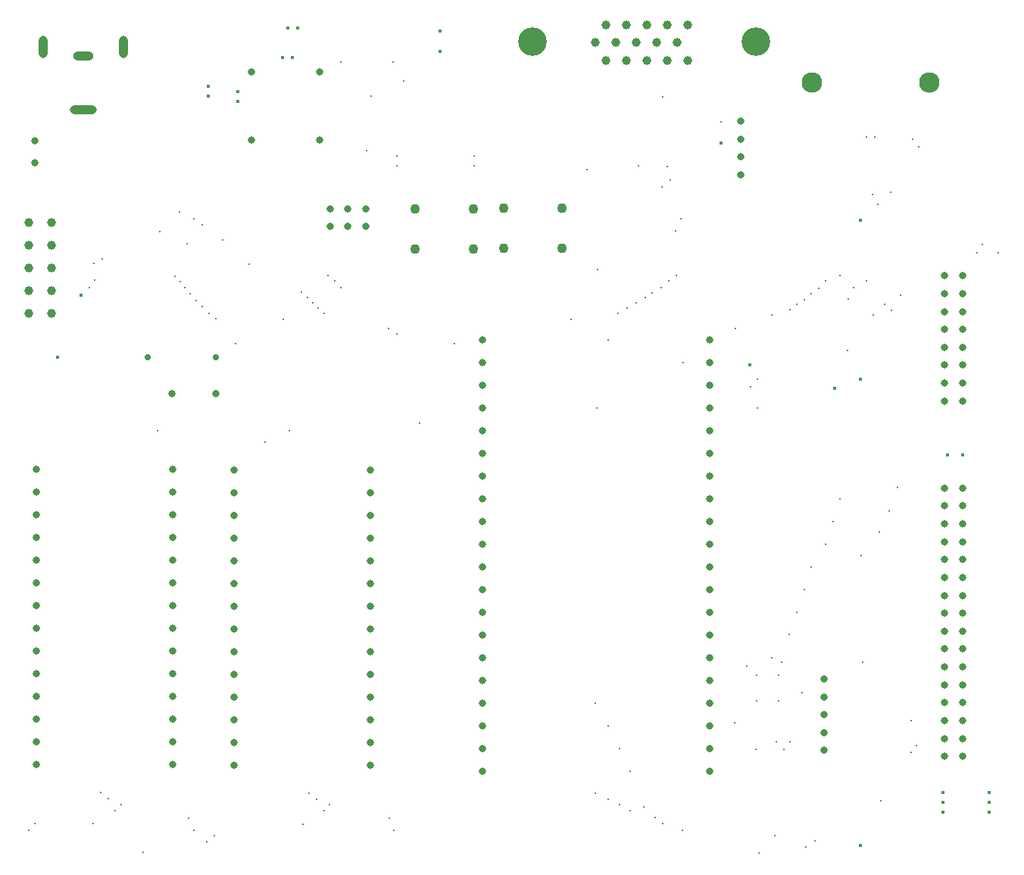
<source format=gbr>
%TF.GenerationSoftware,KiCad,Pcbnew,6.0.4-1.fc35*%
%TF.CreationDate,2022-04-22T01:36:13+05:30*%
%TF.ProjectId,8puter,38707574-6572-42e6-9b69-6361645f7063,rev?*%
%TF.SameCoordinates,PX5496c90PY8113368*%
%TF.FileFunction,Plated,1,2,PTH,Mixed*%
%TF.FilePolarity,Positive*%
%FSLAX46Y46*%
G04 Gerber Fmt 4.6, Leading zero omitted, Abs format (unit mm)*
G04 Created by KiCad (PCBNEW 6.0.4-1.fc35) date 2022-04-22 01:36:13*
%MOMM*%
%LPD*%
G01*
G04 APERTURE LIST*
%TA.AperFunction,ViaDrill*%
%ADD10C,0.300000*%
%TD*%
%TA.AperFunction,ViaDrill*%
%ADD11C,0.400000*%
%TD*%
%TA.AperFunction,ComponentDrill*%
%ADD12C,0.700000*%
%TD*%
%TA.AperFunction,ComponentDrill*%
%ADD13C,0.800000*%
%TD*%
%TA.AperFunction,ComponentDrill*%
%ADD14C,1.000000*%
%TD*%
G04 aperture for slot hole*
%TA.AperFunction,ComponentDrill*%
%ADD15O,1.000000X2.500000*%
%TD*%
G04 aperture for slot hole*
%TA.AperFunction,ComponentDrill*%
%ADD16O,2.300000X1.000000*%
%TD*%
G04 aperture for slot hole*
%TA.AperFunction,ComponentDrill*%
%ADD17O,3.000000X1.000000*%
%TD*%
%TA.AperFunction,ComponentDrill*%
%ADD18C,1.100000*%
%TD*%
%TA.AperFunction,ComponentDrill*%
%ADD19C,2.300000*%
%TD*%
%TA.AperFunction,ComponentDrill*%
%ADD20C,3.200000*%
%TD*%
G04 APERTURE END LIST*
D10*
X6800000Y7000000D03*
X7500000Y7700000D03*
X13600005Y67700012D03*
X14000005Y7750012D03*
X14100000Y70400000D03*
X14224219Y68524226D03*
X14850005Y11200012D03*
X15000000Y70900000D03*
X15700005Y10505012D03*
X16500005Y9200012D03*
X17150005Y9850012D03*
X19600000Y4476489D03*
X21200000Y51700000D03*
X21500000Y73900000D03*
X23120005Y68980012D03*
X23700000Y76100000D03*
X23760005Y68380012D03*
X24270005Y67690012D03*
X24530005Y72569995D03*
X24700005Y8350012D03*
X24870005Y66990012D03*
X25250005Y6950012D03*
X25300000Y75400000D03*
X25520005Y66260012D03*
X26170005Y65590012D03*
X26200000Y74700000D03*
X26700005Y5675500D03*
X26930005Y64830012D03*
X27550005Y6375512D03*
X27700005Y64230012D03*
X28500000Y73000000D03*
X29900005Y61400012D03*
X31454219Y70324226D03*
X33200000Y50400000D03*
X35274719Y64124226D03*
X35900000Y51700000D03*
X37300005Y67120012D03*
X37500005Y7600012D03*
X38000005Y66600023D03*
X38150005Y11150012D03*
X38600005Y66000012D03*
X39000005Y10455012D03*
X39200005Y65400012D03*
X39800005Y64800012D03*
X39800005Y9150012D03*
X40300005Y69000012D03*
X40450005Y9800012D03*
X41000005Y68400012D03*
X41700000Y92900000D03*
X41700005Y67700012D03*
X44600000Y83000000D03*
X45100000Y89100000D03*
X47000005Y63100012D03*
X47100005Y8350012D03*
X47500000Y92900000D03*
X47650005Y6950012D03*
X48000000Y82400000D03*
X48000000Y81300000D03*
X48000005Y62500012D03*
X48700000Y90800000D03*
X50524219Y52524226D03*
X54400005Y61400012D03*
X56600000Y82400000D03*
X56600000Y81300000D03*
X67400005Y64100012D03*
X69200000Y80900000D03*
X70150005Y21200012D03*
X70150005Y11150012D03*
X70324219Y54224226D03*
X70434219Y69724226D03*
X71545005Y18645012D03*
X71545005Y10455012D03*
X71600005Y61800012D03*
X72700005Y64800012D03*
X72845005Y16105012D03*
X72850005Y9800012D03*
X73700005Y65400012D03*
X74000005Y13550012D03*
X74000005Y9150012D03*
X74700005Y66000012D03*
X75000000Y81300000D03*
X75600000Y9600000D03*
X75700005Y66600012D03*
X76500005Y67100012D03*
X76800005Y8400012D03*
X77500005Y67700012D03*
X77600000Y78900000D03*
X77650005Y7700012D03*
X77700000Y89000000D03*
X78199500Y81200000D03*
X78400005Y68400012D03*
X78500000Y79700000D03*
X79100000Y74000000D03*
X79200005Y69000012D03*
X79700000Y75400000D03*
X79900000Y7000000D03*
X80000005Y59300012D03*
X84200000Y86200000D03*
X85750005Y19000012D03*
X85800005Y63100012D03*
X87100005Y25300012D03*
X87524219Y56600012D03*
X88100005Y16000012D03*
X88150005Y24350012D03*
X88200005Y21400012D03*
X88300005Y57400012D03*
X88300005Y54200012D03*
X88450000Y4450000D03*
X89850000Y64600000D03*
X89850005Y26250012D03*
X90200000Y6350000D03*
X90400005Y16900012D03*
X90600005Y21400012D03*
X90650005Y24350012D03*
X91000005Y25800012D03*
X91200000Y16000000D03*
X91850005Y28850012D03*
X91900000Y65200000D03*
X91900000Y16900000D03*
X92700000Y65800000D03*
X92700005Y31350012D03*
X93250005Y22400012D03*
X93500000Y66350000D03*
X93500005Y33900012D03*
X93700000Y5100000D03*
X94300000Y66974500D03*
X94300005Y36450012D03*
X94700000Y5800000D03*
X95100000Y67600000D03*
X95900000Y68400000D03*
X95900005Y38950012D03*
X96700005Y41500012D03*
X97500000Y69000000D03*
X97500005Y44050012D03*
X98300005Y60600012D03*
X98450000Y66400000D03*
X99050000Y67650000D03*
X99900005Y37700012D03*
X100050005Y25750012D03*
X100450000Y68425500D03*
X100499219Y84534126D03*
X101100000Y78100000D03*
X101200000Y64600000D03*
X101349219Y84534126D03*
X101700000Y77000000D03*
X101900000Y40300000D03*
X102075000Y10275000D03*
X102500000Y65800000D03*
X103000000Y42700000D03*
X103200000Y78300000D03*
X103279821Y65145633D03*
X103900000Y45300012D03*
X104300000Y66800000D03*
X105450000Y19250000D03*
X105450000Y15650000D03*
X105600000Y84225000D03*
X106050000Y16450000D03*
X106300000Y83375000D03*
X112800500Y71600000D03*
X113400500Y72500000D03*
X115200000Y71600000D03*
D11*
X10000000Y59900000D03*
X12624500Y66800000D03*
X26900000Y90200000D03*
X26900000Y89100000D03*
X30200000Y89600000D03*
X30200000Y88500000D03*
X35200000Y93400000D03*
X35800000Y96700000D03*
X36300000Y93400000D03*
X36900000Y96700000D03*
X52800000Y96400000D03*
X52800000Y94050500D03*
X84200000Y83800000D03*
X87400005Y59000012D03*
X96900000Y56400000D03*
X99800000Y75200000D03*
X99800000Y57400000D03*
X99800000Y5300000D03*
X109000000Y11200000D03*
X109000000Y10100000D03*
X109000000Y9000000D03*
X109500000Y49000000D03*
X111200000Y49000000D03*
X114200000Y11200000D03*
X114200000Y10100000D03*
X114200000Y9000000D03*
D12*
%TO.C,R4*%
X20090000Y59900000D03*
X27710000Y59900000D03*
D13*
%TO.C,C3*%
X7500000Y84100000D03*
X7500000Y81600000D03*
%TO.C,RAM1*%
X7660005Y47320012D03*
X7660005Y44780012D03*
X7660005Y42240012D03*
X7660005Y39700012D03*
X7660005Y37160012D03*
X7660005Y34620012D03*
X7660005Y32080012D03*
X7660005Y29540012D03*
X7660005Y27000012D03*
X7660005Y24460012D03*
X7660005Y21920012D03*
X7660005Y19380012D03*
X7660005Y16840012D03*
X7660005Y14300012D03*
%TO.C,Y1*%
X22850000Y55800000D03*
%TO.C,RAM1*%
X22900005Y47320012D03*
X22900005Y44780012D03*
X22900005Y42240012D03*
X22900005Y39700012D03*
X22900005Y37160012D03*
X22900005Y34620012D03*
X22900005Y32080012D03*
X22900005Y29540012D03*
X22900005Y27000012D03*
X22900005Y24460012D03*
X22900005Y21920012D03*
X22900005Y19380012D03*
X22900005Y16840012D03*
X22900005Y14300012D03*
%TO.C,Y1*%
X27730000Y55800000D03*
%TO.C,ROM1*%
X29785005Y47295012D03*
X29785005Y44755012D03*
X29785005Y42215012D03*
X29785005Y39675012D03*
X29785005Y37135012D03*
X29785005Y34595012D03*
X29785005Y32055012D03*
X29785005Y29515012D03*
X29785005Y26975012D03*
X29785005Y24435012D03*
X29785005Y21895012D03*
X29785005Y19355012D03*
X29785005Y16815012D03*
X29785005Y14275012D03*
%TO.C,X1*%
X31690000Y91810000D03*
X31690000Y84190000D03*
X39310000Y91810000D03*
X39310000Y84190000D03*
%TO.C,CS_SEL1*%
X40500000Y76500000D03*
X40500000Y74500000D03*
X42500000Y76500000D03*
X42500000Y74500000D03*
X44500000Y76500000D03*
X44500000Y74500000D03*
%TO.C,ROM1*%
X45025005Y47295012D03*
X45025005Y44755012D03*
X45025005Y42215012D03*
X45025005Y39675012D03*
X45025005Y37135012D03*
X45025005Y34595012D03*
X45025005Y32055012D03*
X45025005Y29515012D03*
X45025005Y26975012D03*
X45025005Y24435012D03*
X45025005Y21895012D03*
X45025005Y19355012D03*
X45025005Y16815012D03*
X45025005Y14275012D03*
%TO.C,CPU1*%
X57500005Y61825012D03*
X57500005Y59285012D03*
X57500005Y56745012D03*
X57500005Y54205012D03*
X57500005Y51665012D03*
X57500005Y49125012D03*
X57500005Y46585012D03*
X57500005Y44045012D03*
X57500005Y41505012D03*
X57500005Y38965012D03*
X57500005Y36425012D03*
X57500005Y33885012D03*
X57500005Y31345012D03*
X57500005Y28805012D03*
X57500005Y26265012D03*
X57500005Y23725012D03*
X57500005Y21185012D03*
X57500005Y18645012D03*
X57500005Y16105012D03*
X57500005Y13565012D03*
X82900005Y61825012D03*
X82900005Y59285012D03*
X82900005Y56745012D03*
X82900005Y54205012D03*
X82900005Y51665012D03*
X82900005Y49125012D03*
X82900005Y46585012D03*
X82900005Y44045012D03*
X82900005Y41505012D03*
X82900005Y38965012D03*
X82900005Y36425012D03*
X82900005Y33885012D03*
X82900005Y31345012D03*
X82900005Y28805012D03*
X82900005Y26265012D03*
X82900005Y23725012D03*
X82900005Y21185012D03*
X82900005Y18645012D03*
X82900005Y16105012D03*
X82900005Y13565012D03*
%TO.C,SWD_H1*%
X86400000Y86300000D03*
X86400000Y84300000D03*
X86400000Y82300000D03*
X86400000Y80300000D03*
%TO.C,JTAG1*%
X95700000Y23900000D03*
X95700000Y21900000D03*
X95700000Y19900000D03*
X95700000Y17900000D03*
X95700000Y15900000D03*
%TO.C,PERIPHERAL1*%
X109200000Y69000000D03*
X109200000Y67000000D03*
X109200000Y65000000D03*
X109200000Y63000000D03*
X109200000Y61000000D03*
X109200000Y59000000D03*
X109200000Y57000000D03*
X109200000Y55000000D03*
%TO.C,DEBUG1*%
X109200000Y45250000D03*
X109200000Y43250000D03*
X109200000Y41250000D03*
X109200000Y39250000D03*
X109200000Y37250000D03*
X109200000Y35250000D03*
X109200000Y33250000D03*
X109200000Y31250000D03*
X109200000Y29250000D03*
X109200000Y27250000D03*
X109200000Y25250000D03*
X109200000Y23250000D03*
X109200000Y21250000D03*
X109200000Y19250000D03*
X109200000Y17250000D03*
X109200000Y15250000D03*
%TO.C,PERIPHERAL1*%
X111200000Y69000000D03*
X111200000Y67000000D03*
X111200000Y65000000D03*
X111200000Y63000000D03*
X111200000Y61000000D03*
X111200000Y59000000D03*
X111200000Y57000000D03*
X111200000Y55000000D03*
%TO.C,DEBUG1*%
X111200000Y45250000D03*
X111200000Y43250000D03*
X111200000Y41250000D03*
X111200000Y39250000D03*
X111200000Y37250000D03*
X111200000Y35250000D03*
X111200000Y33250000D03*
X111200000Y31250000D03*
X111200000Y29250000D03*
X111200000Y27250000D03*
X111200000Y25250000D03*
X111200000Y23250000D03*
X111200000Y21250000D03*
X111200000Y19250000D03*
X111200000Y17250000D03*
X111200000Y15250000D03*
D14*
%TO.C,SERIAL1*%
X6825000Y74975000D03*
X6825000Y72435000D03*
X6825000Y69895000D03*
X6825000Y67355000D03*
X6825000Y64815000D03*
D15*
%TO.C,J1*%
X8400000Y94600000D03*
D14*
%TO.C,SERIAL1*%
X9365000Y74975000D03*
X9365000Y72435000D03*
X9365000Y69895000D03*
X9365000Y67355000D03*
X9365000Y64815000D03*
D16*
%TO.C,J1*%
X12900000Y93600000D03*
D17*
X12900000Y87600000D03*
D15*
X17400000Y94600000D03*
D14*
%TO.C,VGA1*%
X70155000Y95079669D03*
X71300000Y97059669D03*
X71300000Y93099669D03*
X72445000Y95079669D03*
X73590000Y97059669D03*
X73590000Y93099669D03*
X74735000Y95079669D03*
X75880000Y97059669D03*
X75880000Y93099669D03*
X77025000Y95079669D03*
X78170000Y97059669D03*
X78170000Y93099669D03*
X79315000Y95079669D03*
X80460000Y97059669D03*
X80460000Y93099669D03*
D18*
%TO.C,STEP_SW1*%
X50000000Y76500000D03*
X50000000Y72000000D03*
X56500000Y76500000D03*
X56500000Y72000000D03*
%TO.C,RESET_SW1*%
X59894219Y76594226D03*
X59894219Y72094226D03*
X66394219Y76594226D03*
X66394219Y72094226D03*
D19*
%TO.C,USB_P1*%
X94330000Y90630000D03*
X107470000Y90630000D03*
D20*
%TO.C,VGA1*%
X63115000Y95149669D03*
X88115000Y95149669D03*
M02*

</source>
